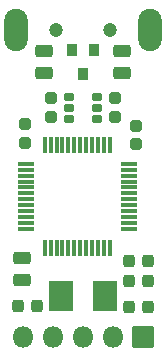
<source format=gbr>
G04 #@! TF.GenerationSoftware,KiCad,Pcbnew,6.0.11+dfsg-1*
G04 #@! TF.CreationDate,2024-04-15T01:17:26+03:00*
G04 #@! TF.ProjectId,PocketAdmin,506f636b-6574-4416-946d-696e2e6b6963,1.3*
G04 #@! TF.SameCoordinates,PX7bfa480PY42c1d80*
G04 #@! TF.FileFunction,Soldermask,Bot*
G04 #@! TF.FilePolarity,Negative*
%FSLAX46Y46*%
G04 Gerber Fmt 4.6, Leading zero omitted, Abs format (unit mm)*
G04 Created by KiCad (PCBNEW 6.0.11+dfsg-1) date 2024-04-15 01:17:26*
%MOMM*%
%LPD*%
G01*
G04 APERTURE LIST*
G04 Aperture macros list*
%AMRoundRect*
0 Rectangle with rounded corners*
0 $1 Rounding radius*
0 $2 $3 $4 $5 $6 $7 $8 $9 X,Y pos of 4 corners*
0 Add a 4 corners polygon primitive as box body*
4,1,4,$2,$3,$4,$5,$6,$7,$8,$9,$2,$3,0*
0 Add four circle primitives for the rounded corners*
1,1,$1+$1,$2,$3*
1,1,$1+$1,$4,$5*
1,1,$1+$1,$6,$7*
1,1,$1+$1,$8,$9*
0 Add four rect primitives between the rounded corners*
20,1,$1+$1,$2,$3,$4,$5,0*
20,1,$1+$1,$4,$5,$6,$7,0*
20,1,$1+$1,$6,$7,$8,$9,0*
20,1,$1+$1,$8,$9,$2,$3,0*%
G04 Aperture macros list end*
%ADD10C,1.200000*%
%ADD11O,2.000000X3.600000*%
%ADD12RoundRect,0.050000X-0.850000X0.850000X-0.850000X-0.850000X0.850000X-0.850000X0.850000X0.850000X0*%
%ADD13O,1.800000X1.800000*%
%ADD14RoundRect,0.268750X-0.256250X0.218750X-0.256250X-0.218750X0.256250X-0.218750X0.256250X0.218750X0*%
%ADD15RoundRect,0.050000X0.350000X0.255000X-0.350000X0.255000X-0.350000X-0.255000X0.350000X-0.255000X0*%
%ADD16RoundRect,0.050000X-0.400000X0.450000X-0.400000X-0.450000X0.400000X-0.450000X0.400000X0.450000X0*%
%ADD17RoundRect,0.268750X0.218750X0.256250X-0.218750X0.256250X-0.218750X-0.256250X0.218750X-0.256250X0*%
%ADD18RoundRect,0.050000X1.000000X1.200000X-1.000000X1.200000X-1.000000X-1.200000X1.000000X-1.200000X0*%
%ADD19RoundRect,0.293750X-0.456250X0.243750X-0.456250X-0.243750X0.456250X-0.243750X0.456250X0.243750X0*%
%ADD20RoundRect,0.293750X0.456250X-0.243750X0.456250X0.243750X-0.456250X0.243750X-0.456250X-0.243750X0*%
%ADD21RoundRect,0.268750X-0.218750X-0.256250X0.218750X-0.256250X0.218750X0.256250X-0.218750X0.256250X0*%
%ADD22RoundRect,0.050000X0.125000X-0.650000X0.125000X0.650000X-0.125000X0.650000X-0.125000X-0.650000X0*%
%ADD23RoundRect,0.050000X-0.650000X-0.125000X0.650000X-0.125000X0.650000X0.125000X-0.650000X0.125000X0*%
G04 APERTURE END LIST*
D10*
X5200000Y-3100000D03*
X9800000Y-3100000D03*
D11*
X13200000Y-3100000D03*
X1800000Y-3100000D03*
D12*
X12600000Y-29100000D03*
D13*
X10060000Y-29100000D03*
X7520000Y-29100000D03*
X4980000Y-29100000D03*
X2440000Y-29100000D03*
D14*
X12000000Y-11212500D03*
X12000000Y-12787500D03*
D15*
X8660000Y-8750000D03*
X8660000Y-9700000D03*
X8660000Y-10650000D03*
X6340000Y-10650000D03*
X6340000Y-9700000D03*
X6340000Y-8750000D03*
D16*
X6550000Y-4800000D03*
X8450000Y-4800000D03*
X7500000Y-6800000D03*
D14*
X2600000Y-11112500D03*
X2600000Y-12687500D03*
X4800000Y-8912500D03*
X4800000Y-10487500D03*
X10200000Y-8912500D03*
X10200000Y-10487500D03*
D17*
X3587500Y-26500000D03*
X2012500Y-26500000D03*
D18*
X9350000Y-25600000D03*
X5650000Y-25600000D03*
D19*
X10800000Y-4862500D03*
X10800000Y-6737500D03*
D20*
X4200000Y-6737500D03*
X4200000Y-4862500D03*
D17*
X12987500Y-22650000D03*
X11412500Y-22650000D03*
D21*
X11412500Y-26600000D03*
X12987500Y-26600000D03*
D19*
X2300000Y-22435000D03*
X2300000Y-24310000D03*
D21*
X11400000Y-24400000D03*
X12975000Y-24400000D03*
D22*
X9750000Y-21550000D03*
X9250000Y-21550000D03*
X8750000Y-21550000D03*
X8250000Y-21550000D03*
X7750000Y-21550000D03*
X7250000Y-21550000D03*
X6750000Y-21550000D03*
X6250000Y-21550000D03*
X5750000Y-21550000D03*
X5250000Y-21550000D03*
X4750000Y-21550000D03*
X4250000Y-21550000D03*
D23*
X2650000Y-19950000D03*
X2650000Y-19450000D03*
X2650000Y-18950000D03*
X2650000Y-18450000D03*
X2650000Y-17950000D03*
X2650000Y-17450000D03*
X2650000Y-16950000D03*
X2650000Y-16450000D03*
X2650000Y-15950000D03*
X2650000Y-15450000D03*
X2650000Y-14950000D03*
X2650000Y-14450000D03*
D22*
X4250000Y-12850000D03*
X4750000Y-12850000D03*
X5250000Y-12850000D03*
X5750000Y-12850000D03*
X6250000Y-12850000D03*
X6750000Y-12850000D03*
X7250000Y-12850000D03*
X7750000Y-12850000D03*
X8250000Y-12850000D03*
X8750000Y-12850000D03*
X9250000Y-12850000D03*
X9750000Y-12850000D03*
D23*
X11350000Y-14450000D03*
X11350000Y-14950000D03*
X11350000Y-15450000D03*
X11350000Y-15950000D03*
X11350000Y-16450000D03*
X11350000Y-16950000D03*
X11350000Y-17450000D03*
X11350000Y-17950000D03*
X11350000Y-18450000D03*
X11350000Y-18950000D03*
X11350000Y-19450000D03*
X11350000Y-19950000D03*
M02*

</source>
